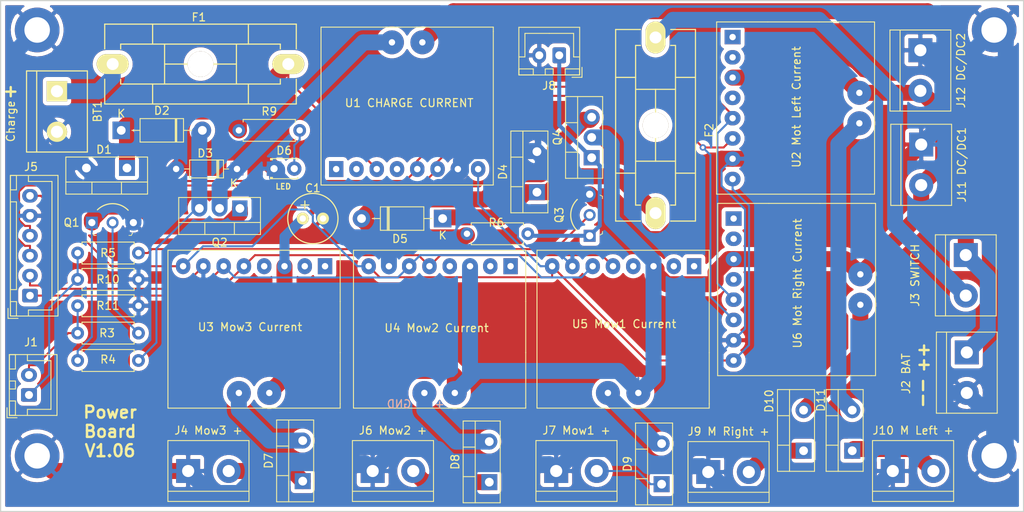
<source format=kicad_pcb>
(kicad_pcb (version 20171130) (host pcbnew "(5.1.9)-1")
  (layers (0 F.Cu signal) (31 B.Cu signal) (34 B.Paste user) (35 F.Paste user) (36 B.SilkS user) (37 F.SilkS user) (38 B.Mask user) (39 F.Mask user) (44 Edge.Cuts user))
  (net 0 "")
  (net 1 GND)
  (net 2 "Net-(BT1-Pad1)")
  (net 3 "Net-(D2-Pad2)")
  (net 4 "Net-(D3-Pad1)")
  (net 5 "Net-(D4-Pad1)")
  (net 6 "Net-(D5-Pad2)")
  (net 7 "Net-(F2-Pad1)")
  (net 8 pinChargeEnable)
  (net 9 pinBatterySwitch)
  (net 10 "Net-(J2-Pad1)")
  (net 11 "Net-(Q1-Pad1)")
  (net 12 "Net-(Q1-Pad2)")
  (net 13 "Net-(Q3-Pad2)")
  (net 14 +3V3)
  (net 15 "Net-(D6-Pad2)")
  (net 16 "Net-(J8-Pad1)")
  (net 17 "Net-(D8-Pad2)")
  (net 18 V_Bat)
  (net 19 V_Charge)
  (net 20 "Net-(D11-Pad2)")
  (net 21 "Net-(D11-Pad1)")
  (net 22 "Net-(D7-Pad2)")
  (net 23 SDA0)
  (net 24 SCL0)
  (net 25 SDA1)
  (net 26 SCL1)
  (net 27 "Net-(D9-Pad2)")
  (net 28 "Net-(D10-Pad2)")
  (net 29 "Net-(D7-Pad1)")
  (net 30 "Net-(D8-Pad1)")
  (net 31 "Net-(D9-Pad1)")
  (net 32 "Net-(D10-Pad1)")
  (module Diode_THT:D_DO-41_SOD81_P10.16mm_Horizontal (layer F.Cu) (at 140.081 88.519 180)
    (fp_text reference D5 (at 5.35 -2.54 180) (layer F.SilkS))
    (fp_text value SB1240)
    (fp_text user K (at 0 -2.1 180) (layer F.SilkS))
    (pad 2 thru_hole oval (at 10.16 0 180) (size 2.2 2.2) (drill 1.1) (layers *.Cu *.Mask) (net 6 "Net-(D5-Pad2)"))
    (pad 1 thru_hole rect (at 0 0 180) (size 2.2 2.2) (drill 1.1) (layers *.Cu *.Mask) (net 5 "Net-(D4-Pad1)"))
  )
  (module Diode_THT:D_DO-41_SOD81_P10.16mm_Horizontal (layer F.Cu) (at 99.822 77.47)
    (fp_text reference D2 (at 5.08 -2.47) (layer F.SilkS))
    (fp_text value SB1240)
    (fp_text user K (at 0 -2.1) (layer F.SilkS))
    (pad 2 thru_hole oval (at 10.16 0) (size 2.2 2.2) (drill 1.1) (layers *.Cu *.Mask) (net 3 "Net-(D2-Pad2)"))
    (pad 1 thru_hole rect (at 0 0) (size 2.2 2.2) (drill 1.1) (layers *.Cu *.Mask) (net 19 V_Charge))
  )
  (module Package_TO_SOT_THT:TO-220-2_Vertical (layer F.Cu) (at 151.892 85.217 90)
    (fp_text reference D4 (at 2.54 -4.27 90) (layer F.SilkS))
    (fp_text value MBR1045)
    (pad 2 thru_hole oval (at 5.08 0 90) (size 2 2) (drill 1.1) (layers *.Cu *.Mask) (net 1 GND))
    (pad 1 thru_hole rect (at 0 0 90) (size 2 2) (drill 1.1) (layers *.Cu *.Mask) (net 5 "Net-(D4-Pad1)"))
  )
  (module TerminalBlock:TerminalBlock_bornier-2_P5.08mm (layer F.Cu) (at 108.204 120.142)
    (fp_text reference "J4 Mow3 +" (at 2.54 -5.08) (layer F.SilkS))
    (fp_text value Mow3)
    (pad 2 thru_hole circle (at 5.08 0) (size 3 3) (drill 1.52) (layers *.Cu *.Mask) (net 29 "Net-(D7-Pad1)"))
    (pad 1 thru_hole rect (at 0 0) (size 3 3) (drill 1.52) (layers *.Cu *.Mask) (net 1 GND))
  )
  (module Zimprich:Fuseholder_Reichelt_PL112000 (layer F.Cu) (at 166.751 76.835 270)
    (fp_text reference F2 (at 0.635 -6.731 90) (layer F.SilkS))
    (fp_text value 10A hide)
    (pad ~ thru_hole circle (at 0 0 270) (size 3.2 3.2) (drill 3.2) (layers *.Cu *.Mask F.SilkS))
    (pad 1 thru_hole oval (at -11.00074 0 180) (size 2.49936 4.0005) (drill 1.50114) (layers *.Cu *.Mask F.SilkS) (net 7 "Net-(F2-Pad1)"))
    (pad 2 thru_hole oval (at 11.00074 0 180) (size 2.49936 4.0005) (drill 1.50114) (layers *.Cu *.Mask F.SilkS) (net 5 "Net-(D4-Pad1)"))
  )
  (module Package_TO_SOT_THT:TO-220-2_Vertical (layer F.Cu) (at 185.293 117.602 90)
    (fp_text reference D10 (at 6.223 -4.318 90) (layer F.SilkS))
    (fp_text value MBR1045)
    (pad 2 thru_hole oval (at 5.08 0 90) (size 2 2) (drill 1.1) (layers *.Cu *.Mask) (net 28 "Net-(D10-Pad2)"))
    (pad 1 thru_hole rect (at 0 0 90) (size 2 2) (drill 1.1) (layers *.Cu *.Mask) (net 32 "Net-(D10-Pad1)"))
  )
  (module Package_TO_SOT_THT:TO-220-2_Vertical (layer F.Cu) (at 167.513 121.793 90)
    (fp_text reference D9 (at 2.54 -4.27 90) (layer F.SilkS))
    (fp_text value MBR1045)
    (pad 2 thru_hole oval (at 5.08 0 90) (size 2 2) (drill 1.1) (layers *.Cu *.Mask) (net 27 "Net-(D9-Pad2)"))
    (pad 1 thru_hole rect (at 0 0 90) (size 2 2) (drill 1.1) (layers *.Cu *.Mask) (net 31 "Net-(D9-Pad1)"))
  )
  (module Package_TO_SOT_THT:TO-220-2_Vertical (layer F.Cu) (at 145.923 121.539 90)
    (fp_text reference D8 (at 2.54 -4.27 90) (layer F.SilkS))
    (fp_text value MBR1045)
    (pad 2 thru_hole oval (at 5.08 0 90) (size 2 2) (drill 1.1) (layers *.Cu *.Mask) (net 17 "Net-(D8-Pad2)"))
    (pad 1 thru_hole rect (at 0 0 90) (size 2 2) (drill 1.1) (layers *.Cu *.Mask) (net 30 "Net-(D8-Pad1)"))
  )
  (module Package_TO_SOT_THT:TO-220-2_Vertical (layer F.Cu) (at 122.555 121.412 90)
    (fp_text reference D7 (at 2.54 -4.27 90) (layer F.SilkS))
    (fp_text value MBR1045)
    (pad 2 thru_hole oval (at 5.08 0 90) (size 2 2) (drill 1.1) (layers *.Cu *.Mask) (net 22 "Net-(D7-Pad2)"))
    (pad 1 thru_hole rect (at 0 0 90) (size 2 2) (drill 1.1) (layers *.Cu *.Mask) (net 29 "Net-(D7-Pad1)"))
  )
  (module Current_sense:INA226 (layer F.Cu) (at 184.15 97.409 270)
    (fp_text reference "U6 Mot Right Current" (at -0.762 -0.381 270) (layer F.SilkS))
    (fp_text value INA226)
    (pad 8 thru_hole oval (at 8.89 7.62 270) (size 1.8 2) (drill 0.8) (layers *.Cu *.Mask) (net 14 +3V3))
    (pad 9 thru_hole oval (at -1.905 -8.255 270) (size 3 3) (drill 0.8) (layers *.Cu *.Mask) (net 18 V_Bat))
    (pad 7 thru_hole oval (at 6.35 7.62 270) (size 1.8 2) (drill 0.8) (layers *.Cu *.Mask) (net 1 GND))
    (pad 10 thru_hole oval (at 1.905 -8.255 270) (size 3 3) (drill 0.8) (layers *.Cu *.Mask) (net 28 "Net-(D10-Pad2)"))
    (pad 6 thru_hole oval (at 3.81 7.62 270) (size 1.8 2) (drill 0.8) (layers *.Cu *.Mask) (net 23 SDA0))
    (pad 5 thru_hole oval (at 1.27 7.62 270) (size 1.8 2) (drill 0.8) (layers *.Cu *.Mask) (net 24 SCL0))
    (pad 4 thru_hole oval (at -1.27 7.62 270) (size 1.8 2) (drill 0.8) (layers *.Cu *.Mask))
    (pad 3 thru_hole oval (at -3.81 7.62 270) (size 1.8 2) (drill 0.8) (layers *.Cu *.Mask) (net 18 V_Bat))
    (pad 2 thru_hole oval (at -6.35 7.62 270) (size 1.8 2) (drill 0.8) (layers *.Cu *.Mask))
    (pad 1 thru_hole rect (at -8.89 7.62 270) (size 1.8 2) (drill 0.8) (layers *.Cu *.Mask))
  )
  (module Current_sense:INA226 (layer F.Cu) (at 162.687 102.108 180)
    (fp_text reference "U5 Mow1 Current" (at -0.127 0.381 180) (layer F.SilkS))
    (fp_text value INA226)
    (pad 8 thru_hole oval (at 8.89 7.62 180) (size 1.8 2) (drill 0.8) (layers *.Cu *.Mask) (net 14 +3V3))
    (pad 9 thru_hole oval (at -1.905 -8.255 180) (size 3 3) (drill 0.8) (layers *.Cu *.Mask) (net 18 V_Bat))
    (pad 7 thru_hole oval (at 6.35 7.62 180) (size 1.8 2) (drill 0.8) (layers *.Cu *.Mask) (net 1 GND))
    (pad 10 thru_hole oval (at 1.905 -8.255 180) (size 3 3) (drill 0.8) (layers *.Cu *.Mask) (net 27 "Net-(D9-Pad2)"))
    (pad 6 thru_hole oval (at 3.81 7.62 180) (size 1.8 2) (drill 0.8) (layers *.Cu *.Mask) (net 25 SDA1))
    (pad 5 thru_hole oval (at 1.27 7.62 180) (size 1.8 2) (drill 0.8) (layers *.Cu *.Mask) (net 26 SCL1))
    (pad 4 thru_hole oval (at -1.27 7.62 180) (size 1.8 2) (drill 0.8) (layers *.Cu *.Mask))
    (pad 3 thru_hole oval (at -3.81 7.62 180) (size 1.8 2) (drill 0.8) (layers *.Cu *.Mask) (net 18 V_Bat))
    (pad 2 thru_hole oval (at -6.35 7.62 180) (size 1.8 2) (drill 0.8) (layers *.Cu *.Mask))
    (pad 1 thru_hole rect (at -8.89 7.62 180) (size 1.8 2) (drill 0.8) (layers *.Cu *.Mask))
  )
  (module Current_sense:INA226 (layer F.Cu) (at 139.7 102.108 180)
    (fp_text reference "U4 Mow2 Current" (at 0.381 -0.127 180) (layer F.SilkS))
    (fp_text value INA226)
    (pad 8 thru_hole oval (at 8.89 7.62 180) (size 1.8 2) (drill 0.8) (layers *.Cu *.Mask) (net 14 +3V3))
    (pad 9 thru_hole oval (at -1.905 -8.255 180) (size 3 3) (drill 0.8) (layers *.Cu *.Mask) (net 18 V_Bat))
    (pad 7 thru_hole oval (at 6.35 7.62 180) (size 1.8 2) (drill 0.8) (layers *.Cu *.Mask) (net 1 GND))
    (pad 10 thru_hole oval (at 1.905 -8.255 180) (size 3 3) (drill 0.8) (layers *.Cu *.Mask) (net 17 "Net-(D8-Pad2)"))
    (pad 6 thru_hole oval (at 3.81 7.62 180) (size 1.8 2) (drill 0.8) (layers *.Cu *.Mask) (net 25 SDA1))
    (pad 5 thru_hole oval (at 1.27 7.62 180) (size 1.8 2) (drill 0.8) (layers *.Cu *.Mask) (net 26 SCL1))
    (pad 4 thru_hole oval (at -1.27 7.62 180) (size 1.8 2) (drill 0.8) (layers *.Cu *.Mask))
    (pad 3 thru_hole oval (at -3.81 7.62 180) (size 1.8 2) (drill 0.8) (layers *.Cu *.Mask) (net 18 V_Bat))
    (pad 2 thru_hole oval (at -6.35 7.62 180) (size 1.8 2) (drill 0.8) (layers *.Cu *.Mask))
    (pad 1 thru_hole rect (at -8.89 7.62 180) (size 1.8 2) (drill 0.8) (layers *.Cu *.Mask))
  )
  (module Current_sense:INA226 (layer F.Cu) (at 116.459 102.108 180)
    (fp_text reference "U3 Mow3 Current" (at 0.508 0 180) (layer F.SilkS))
    (fp_text value INA226)
    (pad 8 thru_hole oval (at 8.89 7.62 180) (size 1.8 2) (drill 0.8) (layers *.Cu *.Mask) (net 14 +3V3))
    (pad 9 thru_hole oval (at -1.905 -8.255 180) (size 3 3) (drill 0.8) (layers *.Cu *.Mask) (net 18 V_Bat))
    (pad 7 thru_hole oval (at 6.35 7.62 180) (size 1.8 2) (drill 0.8) (layers *.Cu *.Mask) (net 1 GND))
    (pad 10 thru_hole oval (at 1.905 -8.255 180) (size 3 3) (drill 0.8) (layers *.Cu *.Mask) (net 22 "Net-(D7-Pad2)"))
    (pad 6 thru_hole oval (at 3.81 7.62 180) (size 1.8 2) (drill 0.8) (layers *.Cu *.Mask) (net 25 SDA1))
    (pad 5 thru_hole oval (at 1.27 7.62 180) (size 1.8 2) (drill 0.8) (layers *.Cu *.Mask) (net 26 SCL1))
    (pad 4 thru_hole oval (at -1.27 7.62 180) (size 1.8 2) (drill 0.8) (layers *.Cu *.Mask))
    (pad 3 thru_hole oval (at -3.81 7.62 180) (size 1.8 2) (drill 0.8) (layers *.Cu *.Mask) (net 18 V_Bat))
    (pad 2 thru_hole oval (at -6.35 7.62 180) (size 1.8 2) (drill 0.8) (layers *.Cu *.Mask))
    (pad 1 thru_hole rect (at -8.89 7.62 180) (size 1.8 2) (drill 0.8) (layers *.Cu *.Mask))
  )
  (module Current_sense:INA226 (layer F.Cu) (at 184.023 74.676 270)
    (fp_text reference "U2 Mot Left Current" (at -0.127 -0.381 270) (layer F.SilkS))
    (fp_text value INA226)
    (pad 8 thru_hole oval (at 8.89 7.62 270) (size 1.8 2) (drill 0.8) (layers *.Cu *.Mask) (net 14 +3V3))
    (pad 9 thru_hole oval (at -1.905 -8.255 270) (size 3 3) (drill 0.8) (layers *.Cu *.Mask) (net 18 V_Bat))
    (pad 7 thru_hole oval (at 6.35 7.62 270) (size 1.8 2) (drill 0.8) (layers *.Cu *.Mask) (net 1 GND))
    (pad 10 thru_hole oval (at 1.905 -8.255 270) (size 3 3) (drill 0.8) (layers *.Cu *.Mask) (net 20 "Net-(D11-Pad2)"))
    (pad 6 thru_hole oval (at 3.81 7.62 270) (size 1.8 2) (drill 0.8) (layers *.Cu *.Mask) (net 23 SDA0))
    (pad 5 thru_hole oval (at 1.27 7.62 270) (size 1.8 2) (drill 0.8) (layers *.Cu *.Mask) (net 24 SCL0))
    (pad 4 thru_hole oval (at -1.27 7.62 270) (size 1.8 2) (drill 0.8) (layers *.Cu *.Mask))
    (pad 3 thru_hole oval (at -3.81 7.62 270) (size 1.8 2) (drill 0.8) (layers *.Cu *.Mask) (net 18 V_Bat))
    (pad 2 thru_hole oval (at -6.35 7.62 270) (size 1.8 2) (drill 0.8) (layers *.Cu *.Mask))
    (pad 1 thru_hole rect (at -8.89 7.62 270) (size 1.8 2) (drill 0.8) (layers *.Cu *.Mask))
  )
  (module TerminalBlock:TerminalBlock_bornier-2_P5.08mm (layer F.Cu) (at 199.923 67.437 270)
    (fp_text reference "J12 DC/DC2" (at 2.54 -5.08 90) (layer F.SilkS))
    (fp_text value DC/DC2)
    (pad 2 thru_hole circle (at 5.08 0 270) (size 3 3) (drill 1.52) (layers *.Cu *.Mask) (net 18 V_Bat))
    (pad 1 thru_hole rect (at 0 0 270) (size 3 3) (drill 1.52) (layers *.Cu *.Mask) (net 1 GND))
  )
  (module TerminalBlock:TerminalBlock_bornier-2_P5.08mm (layer F.Cu) (at 200.025 79.248 270)
    (fp_text reference "J11 DC/DC1" (at 2.54 -5.08 90) (layer F.SilkS))
    (fp_text value DC/DC1)
    (pad 2 thru_hole circle (at 5.08 0 270) (size 3 3) (drill 1.52) (layers *.Cu *.Mask) (net 18 V_Bat))
    (pad 1 thru_hole rect (at 0 0 270) (size 3 3) (drill 1.52) (layers *.Cu *.Mask) (net 1 GND))
  )
  (module TerminalBlock:TerminalBlock_bornier-2_P5.08mm (layer F.Cu) (at 196.469 120.142)
    (fp_text reference "J10 M Left +" (at 2.54 -5.08) (layer F.SilkS))
    (fp_text value Mot_Left)
    (pad 2 thru_hole circle (at 5.08 0) (size 3 3) (drill 1.52) (layers *.Cu *.Mask) (net 21 "Net-(D11-Pad1)"))
    (pad 1 thru_hole rect (at 0 0) (size 3 3) (drill 1.52) (layers *.Cu *.Mask) (net 1 GND))
  )
  (module TerminalBlock:TerminalBlock_bornier-2_P5.08mm (layer F.Cu) (at 173.355 120.269)
    (fp_text reference "J9 M Right +" (at 2.54 -5.08) (layer F.SilkS))
    (fp_text value Mot_Right)
    (pad 2 thru_hole circle (at 5.08 0) (size 3 3) (drill 1.52) (layers *.Cu *.Mask) (net 32 "Net-(D10-Pad1)"))
    (pad 1 thru_hole rect (at 0 0) (size 3 3) (drill 1.52) (layers *.Cu *.Mask) (net 1 GND))
  )
  (module TerminalBlock:TerminalBlock_bornier-2_P5.08mm (layer F.Cu) (at 154.305 120.142)
    (fp_text reference "J7 Mow1 +" (at 2.54 -5.08) (layer F.SilkS))
    (fp_text value Mow1)
    (pad 2 thru_hole circle (at 5.08 0) (size 3 3) (drill 1.52) (layers *.Cu *.Mask) (net 31 "Net-(D9-Pad1)"))
    (pad 1 thru_hole rect (at 0 0) (size 3 3) (drill 1.52) (layers *.Cu *.Mask) (net 1 GND))
  )
  (module TerminalBlock:TerminalBlock_bornier-2_P5.08mm (layer F.Cu) (at 131.318 120.142)
    (fp_text reference "J6 Mow2 +" (at 2.54 -5.08) (layer F.SilkS))
    (fp_text value Mow2)
    (pad 2 thru_hole circle (at 5.08 0) (size 3 3) (drill 1.52) (layers *.Cu *.Mask) (net 30 "Net-(D8-Pad1)"))
    (pad 1 thru_hole rect (at 0 0) (size 3 3) (drill 1.52) (layers *.Cu *.Mask) (net 1 GND))
  )
  (module Connector_JST:JST_XH_B6B-XH-A_1x06_P2.50mm_Vertical (layer F.Cu) (at 88.392 98.171 90)
    (fp_text reference J5 (at 16.129 0.127 180) (layer F.SilkS))
    (fp_text value Main_PCB1)
    (pad 6 thru_hole oval (at 12.5 0 90) (size 1.7 1.95) (drill 0.95) (layers *.Cu *.Mask) (net 14 +3V3))
    (pad 5 thru_hole oval (at 10 0 90) (size 1.7 1.95) (drill 0.95) (layers *.Cu *.Mask) (net 1 GND))
    (pad 4 thru_hole oval (at 7.5 0 90) (size 1.7 1.95) (drill 0.95) (layers *.Cu *.Mask) (net 23 SDA0))
    (pad 3 thru_hole oval (at 5 0 90) (size 1.7 1.95) (drill 0.95) (layers *.Cu *.Mask) (net 24 SCL0))
    (pad 2 thru_hole oval (at 2.5 0 90) (size 1.7 1.95) (drill 0.95) (layers *.Cu *.Mask) (net 25 SDA1))
    (pad 1 thru_hole roundrect (at 0 0 90) (size 1.7 1.95) (drill 0.95) (layers *.Cu *.Mask) (roundrect_rratio 0.1470588235294118) (net 26 SCL1))
  )
  (module Connector_JST:JST_XH_B2B-XH-A_1x02_P2.50mm_Vertical (layer F.Cu) (at 88.265 110.617 90)
    (fp_text reference J1 (at 6.604 0.254 180) (layer F.SilkS))
    (fp_text value Main_PCB2)
    (pad 2 thru_hole oval (at 2.5 0 90) (size 1.7 2) (drill 1) (layers *.Cu *.Mask) (net 8 pinChargeEnable))
    (pad 1 thru_hole roundrect (at 0 0 90) (size 1.7 2) (drill 1) (layers *.Cu *.Mask) (roundrect_rratio 0.1470588235294118) (net 9 pinBatterySwitch))
  )
  (module Package_TO_SOT_THT:TO-220-2_Vertical (layer F.Cu) (at 191.389 117.602 90)
    (fp_text reference D11 (at 6.35 -3.937 90) (layer F.SilkS))
    (fp_text value MBR1045)
    (pad 2 thru_hole oval (at 5.08 0 90) (size 2 2) (drill 1.1) (layers *.Cu *.Mask) (net 20 "Net-(D11-Pad2)"))
    (pad 1 thru_hole rect (at 0 0 90) (size 2 2) (drill 1.1) (layers *.Cu *.Mask) (net 21 "Net-(D11-Pad1)"))
  )
  (module Current_sense:INA226 (layer F.Cu) (at 135.636 74.7014)
    (fp_text reference "U1 CHARGE CURRENT" (at 0.254 -0.6604 180) (layer F.SilkS))
    (fp_text value INA226)
    (pad 8 thru_hole oval (at 8.89 7.62) (size 1.8 2) (drill 0.8) (layers *.Cu *.Mask) (net 14 +3V3))
    (pad 9 thru_hole oval (at -1.905 -8.255) (size 3 3) (drill 0.8) (layers *.Cu *.Mask) (net 4 "Net-(D3-Pad1)"))
    (pad 7 thru_hole oval (at 6.35 7.62) (size 1.8 2) (drill 0.8) (layers *.Cu *.Mask) (net 1 GND))
    (pad 10 thru_hole oval (at 1.905 -8.255) (size 3 3) (drill 0.8) (layers *.Cu *.Mask) (net 10 "Net-(J2-Pad1)"))
    (pad 6 thru_hole oval (at 3.81 7.62) (size 1.8 2) (drill 0.8) (layers *.Cu *.Mask) (net 23 SDA0))
    (pad 5 thru_hole oval (at 1.27 7.62) (size 1.8 2) (drill 0.8) (layers *.Cu *.Mask) (net 24 SCL0))
    (pad 4 thru_hole oval (at -1.27 7.62) (size 1.8 2) (drill 0.8) (layers *.Cu *.Mask))
    (pad 3 thru_hole oval (at -3.81 7.62) (size 1.8 2) (drill 0.8) (layers *.Cu *.Mask) (net 19 V_Charge))
    (pad 2 thru_hole oval (at -6.35 7.62) (size 1.8 2) (drill 0.8) (layers *.Cu *.Mask))
    (pad 1 thru_hole rect (at -8.89 7.62) (size 1.8 2) (drill 0.8) (layers *.Cu *.Mask))
  )
  (module MountingHole:MountingHole_3.2mm_M3_DIN965_Pad_TopBottom (layer F.Cu) (at 209.169 64.897)
    (fp_text reference H2 hide)
    (fp_text value MountingHole_Pad hide)
    (pad 1 connect circle (at 0 0) (size 5.6 5.6) (layers B.Cu B.Mask) (net 1 GND))
    (pad 1 connect circle (at 0 0) (size 5.6 5.6) (layers F.Cu F.Mask) (net 1 GND))
    (pad 1 thru_hole circle (at 0 0) (size 3.6 3.6) (drill 3.2) (layers *.Cu *.Mask) (net 1 GND))
  )
  (module MountingHole:MountingHole_3.2mm_M3_DIN965_Pad_TopBottom (layer F.Cu) (at 89.289 118.237)
    (fp_text reference H4 hide)
    (fp_text value MountingHole_Pad hide)
    (pad 1 connect circle (at 0 0) (size 5.6 5.6) (layers B.Cu B.Mask) (net 1 GND))
    (pad 1 connect circle (at 0 0) (size 5.6 5.6) (layers F.Cu F.Mask) (net 1 GND))
    (pad 1 thru_hole circle (at 0 0) (size 3.6 3.6) (drill 3.2) (layers *.Cu *.Mask) (net 1 GND))
  )
  (module MountingHole:MountingHole_3.2mm_M3_DIN965_Pad_TopBottom (layer F.Cu) (at 209.169 118.237)
    (fp_text reference H3 hide)
    (fp_text value MountingHole_Pad hide)
    (pad 1 connect circle (at 0 0) (size 5.6 5.6) (layers B.Cu B.Mask) (net 1 GND))
    (pad 1 connect circle (at 0 0) (size 5.6 5.6) (layers F.Cu F.Mask) (net 1 GND))
    (pad 1 thru_hole circle (at 0 0) (size 3.6 3.6) (drill 3.2) (layers *.Cu *.Mask) (net 1 GND))
  )
  (module MountingHole:MountingHole_3.2mm_M3_DIN965_Pad_TopBottom (layer F.Cu) (at 89.289 64.897)
    (fp_text reference H1 hide)
    (fp_text value MountingHole_Pad hide)
    (pad 1 connect circle (at 0 0) (size 5.6 5.6) (layers B.Cu B.Mask) (net 1 GND))
    (pad 1 connect circle (at 0 0) (size 5.6 5.6) (layers F.Cu F.Mask) (net 1 GND))
    (pad 1 thru_hole circle (at 0 0) (size 3.6 3.6) (drill 3.2) (layers *.Cu *.Mask) (net 1 GND))
  )
  (module Resistor_THT:R_Axial_DIN0207_L6.3mm_D2.5mm_P7.62mm_Horizontal (layer F.Cu) (at 94.361 99.441)
    (fp_text reference R11 (at 3.81 0) (layer F.SilkS))
    (fp_text value 2k2)
    (pad 2 thru_hole oval (at 7.62 0) (size 1.6 1.6) (drill 0.8) (layers *.Cu *.Mask) (net 1 GND))
    (pad 1 thru_hole circle (at 0 0) (size 1.6 1.6) (drill 0.8) (layers *.Cu *.Mask) (net 8 pinChargeEnable))
  )
  (module TerminalBlock:TerminalBlock_bornier-2_P5.08mm (layer F.Cu) (at 205.613 93.091 270)
    (fp_text reference "J3 SWITCH" (at 2.54 6.35 90) (layer F.SilkS))
    (fp_text value "Power Switch")
    (pad 2 thru_hole circle (at 5.08 0 270) (size 3 3) (drill 1.52) (layers *.Cu *.Mask) (net 7 "Net-(F2-Pad1)"))
    (pad 1 thru_hole rect (at 0 0 270) (size 3 3) (drill 1.52) (layers *.Cu *.Mask) (net 10 "Net-(J2-Pad1)"))
  )
  (module TerminalBlock:TerminalBlock_bornier-2_P5.08mm (layer F.Cu) (at 205.74 105.283 270)
    (fp_text reference "J2 BAT" (at 2.667 7.62 90) (layer F.SilkS))
    (fp_text value Battery)
    (pad 2 thru_hole circle (at 5.08 0 270) (size 3 3) (drill 1.52) (layers *.Cu *.Mask) (net 1 GND))
    (pad 1 thru_hole rect (at 0 0 270) (size 3 3) (drill 1.52) (layers *.Cu *.Mask) (net 10 "Net-(J2-Pad1)"))
  )
  (module Package_TO_SOT_THT:TO-220-3_Vertical (layer F.Cu) (at 114.681 87.249 180)
    (fp_text reference Q2 (at 2.54 -4.27) (layer F.SilkS))
    (fp_text value IRF9540N)
    (pad 3 thru_hole oval (at 5.08 0 180) (size 1.905 2) (drill 1.1) (layers *.Cu *.Mask) (net 3 "Net-(D2-Pad2)"))
    (pad 2 thru_hole oval (at 2.54 0 180) (size 1.905 2) (drill 1.1) (layers *.Cu *.Mask) (net 4 "Net-(D3-Pad1)"))
    (pad 1 thru_hole rect (at 0 0 180) (size 1.905 2) (drill 1.1) (layers *.Cu *.Mask) (net 11 "Net-(Q1-Pad1)"))
  )
  (module Package_TO_SOT_THT:TO-220-3_Vertical (layer F.Cu) (at 158.75 80.899 90)
    (fp_text reference Q4 (at 2.54 -4.27 90) (layer F.SilkS))
    (fp_text value IRF9540N)
    (pad 3 thru_hole oval (at 5.08 0 90) (size 1.905 2) (drill 1.1) (layers *.Cu *.Mask) (net 6 "Net-(D5-Pad2)"))
    (pad 2 thru_hole oval (at 2.54 0 90) (size 1.905 2) (drill 1.1) (layers *.Cu *.Mask) (net 18 V_Bat))
    (pad 1 thru_hole rect (at 0 0 90) (size 1.905 2) (drill 1.1) (layers *.Cu *.Mask) (net 16 "Net-(J8-Pad1)"))
  )
  (module Resistor_THT:R_Axial_DIN0207_L6.3mm_D2.5mm_P7.62mm_Horizontal (layer F.Cu) (at 94.361 96.139)
    (fp_text reference R10 (at 3.81 0) (layer F.SilkS))
    (fp_text value 2k2)
    (pad 2 thru_hole oval (at 7.62 0) (size 1.6 1.6) (drill 0.8) (layers *.Cu *.Mask) (net 1 GND))
    (pad 1 thru_hole circle (at 0 0) (size 1.6 1.6) (drill 0.8) (layers *.Cu *.Mask) (net 9 pinBatterySwitch))
  )
  (module Connector_JST:JST_XH_B2B-XH-A_1x02_P2.50mm_Vertical (layer F.Cu) (at 154.686 68.072 180)
    (fp_text reference J8 (at 1.27 -3.81) (layer F.SilkS))
    (fp_text value Start)
    (pad 2 thru_hole oval (at 2.5 0 180) (size 1.7 2) (drill 1) (layers *.Cu *.Mask) (net 1 GND))
    (pad 1 thru_hole roundrect (at 0 0 180) (size 1.7 2) (drill 1) (layers *.Cu *.Mask) (roundrect_rratio 0.1470588235294118) (net 16 "Net-(J8-Pad1)"))
  )
  (module LED_THT:LED_D1.8mm_W3.3mm_H2.4mm (layer F.Cu) (at 118.959 82.267)
    (fp_text reference D6 (at 1.27 -2.26) (layer F.SilkS))
    (fp_text value LED (at 1.16 2.24) (layer F.SilkS) (effects (font (size 0.7 0.7))))
    (pad 2 thru_hole circle (at 2.54 0) (size 1.8 1.8) (drill 0.9) (layers *.Cu *.Mask) (net 15 "Net-(D6-Pad2)"))
    (pad 1 thru_hole rect (at 0 0) (size 1.8 1.8) (drill 0.9) (layers *.Cu *.Mask) (net 1 GND))
  )
  (module Resistor_THT:R_Axial_DIN0207_L6.3mm_D2.5mm_P7.62mm_Horizontal (layer F.Cu) (at 114.554 77.47)
    (fp_text reference R9 (at 3.81 -2.37) (layer F.SilkS))
    (fp_text value 4.7kO)
    (pad 2 thru_hole oval (at 7.62 0) (size 1.6 1.6) (drill 0.8) (layers *.Cu *.Mask) (net 15 "Net-(D6-Pad2)"))
    (pad 1 thru_hole circle (at 0 0) (size 1.6 1.6) (drill 0.8) (layers *.Cu *.Mask) (net 19 V_Charge))
  )
  (module Resistor_THT:R_Axial_DIN0207_L6.3mm_D2.5mm_P7.62mm_Horizontal (layer F.Cu) (at 143.129 90.424)
    (fp_text reference R6 (at 3.683 -1.397) (layer F.SilkS))
    (fp_text value 4k7)
    (pad 2 thru_hole oval (at 7.62 0) (size 1.6 1.6) (drill 0.8) (layers *.Cu *.Mask) (net 16 "Net-(J8-Pad1)"))
    (pad 1 thru_hole circle (at 0 0) (size 1.6 1.6) (drill 0.8) (layers *.Cu *.Mask) (net 6 "Net-(D5-Pad2)"))
  )
  (module Resistor_THT:R_Axial_DIN0207_L6.3mm_D2.5mm_P7.62mm_Horizontal (layer F.Cu) (at 94.361 92.837)
    (fp_text reference R5 (at 3.81 0) (layer F.SilkS))
    (fp_text value 4k7)
    (pad 2 thru_hole oval (at 7.62 0) (size 1.6 1.6) (drill 0.8) (layers *.Cu *.Mask) (net 13 "Net-(Q3-Pad2)"))
    (pad 1 thru_hole circle (at 0 0) (size 1.6 1.6) (drill 0.8) (layers *.Cu *.Mask) (net 9 pinBatterySwitch))
  )
  (module Resistor_THT:R_Axial_DIN0207_L6.3mm_D2.5mm_P7.62mm_Horizontal (layer F.Cu) (at 101.981 106.299 180)
    (fp_text reference R4 (at 3.81 0.127) (layer F.SilkS))
    (fp_text value 4k7)
    (pad 2 thru_hole oval (at 7.62 0 180) (size 1.6 1.6) (drill 0.8) (layers *.Cu *.Mask) (net 11 "Net-(Q1-Pad1)"))
    (pad 1 thru_hole circle (at 0 0 180) (size 1.6 1.6) (drill 0.8) (layers *.Cu *.Mask) (net 3 "Net-(D2-Pad2)"))
  )
  (module Resistor_THT:R_Axial_DIN0207_L6.3mm_D2.5mm_P7.62mm_Horizontal (layer F.Cu) (at 101.981 102.87 180)
    (fp_text reference R3 (at 3.937 0) (layer F.SilkS))
    (fp_text value 4k7)
    (pad 2 thru_hole oval (at 7.62 0 180) (size 1.6 1.6) (drill 0.8) (layers *.Cu *.Mask) (net 8 pinChargeEnable))
    (pad 1 thru_hole circle (at 0 0 180) (size 1.6 1.6) (drill 0.8) (layers *.Cu *.Mask) (net 12 "Net-(Q1-Pad2)"))
  )
  (module digikey-footprints:TO-92-3_Formed_Leads (layer F.Cu) (at 158.496 90.678 90)
    (fp_text reference Q3 (at 2.6 -3.81 90) (layer F.SilkS))
    (fp_text value BC547C)
    (pad 1 thru_hole rect (at 0 0 270) (size 1.5 1.5) (drill 0.9) (layers *.Cu *.Mask) (net 16 "Net-(J8-Pad1)"))
    (pad 3 thru_hole circle (at 5.2 0 270) (size 1.5 1.5) (drill 0.9) (layers *.Cu *.Mask) (net 1 GND))
    (pad 2 thru_hole circle (at 2.6 0 270) (size 1.5 1.5) (drill 0.9) (layers *.Cu *.Mask) (net 13 "Net-(Q3-Pad2)"))
  )
  (module digikey-footprints:TO-92-3_Formed_Leads (layer F.Cu) (at 96.139 89.027)
    (fp_text reference Q1 (at -2.54 0) (layer F.SilkS))
    (fp_text value BC547C)
    (pad 1 thru_hole rect (at 0 0 180) (size 1.5 1.5) (drill 0.9) (layers *.Cu *.Mask) (net 11 "Net-(Q1-Pad1)"))
    (pad 3 thru_hole circle (at 5.2 0 180) (size 1.5 1.5) (drill 0.9) (layers *.Cu *.Mask) (net 1 GND))
    (pad 2 thru_hole circle (at 2.6 0 180) (size 1.5 1.5) (drill 0.9) (layers *.Cu *.Mask) (net 12 "Net-(Q1-Pad2)"))
  )
  (module Zimprich:Fuseholder_Reichelt_PL112000 (layer F.Cu) (at 109.749 69.167)
    (fp_text reference F1 (at -0.205989 -5.86126) (layer F.SilkS))
    (fp_text value 5A hide)
    (pad ~ thru_hole circle (at 0 0) (size 3.2 3.2) (drill 3.2) (layers *.Cu *.Mask F.SilkS))
    (pad 1 thru_hole oval (at -11.00074 0 270) (size 2.49936 4.0005) (drill 1.50114) (layers *.Cu *.Mask F.SilkS) (net 2 "Net-(BT1-Pad1)"))
    (pad 2 thru_hole oval (at 11.00074 0 270) (size 2.49936 4.0005) (drill 1.50114) (layers *.Cu *.Mask F.SilkS) (net 19 V_Charge))
  )
  (module Diode_THT:D_DO-35_SOD27_P7.62mm_Horizontal (layer F.Cu) (at 114.319 82.307 180)
    (fp_text reference D3 (at 3.98 1.96) (layer F.SilkS))
    (fp_text value 1N4148)
    (fp_text user K (at 0.4 -1.8) (layer F.SilkS))
    (pad 2 thru_hole oval (at 7.62 0 180) (size 1.6 1.6) (drill 0.8) (layers *.Cu *.Mask) (net 1 GND))
    (pad 1 thru_hole rect (at 0 0 180) (size 1.6 1.6) (drill 0.8) (layers *.Cu *.Mask) (net 4 "Net-(D3-Pad1)"))
  )
  (module Package_TO_SOT_THT:TO-220-2_Vertical (layer F.Cu) (at 100.539 82.187 180)
    (fp_text reference D1 (at 2.876 2.304) (layer F.SilkS))
    (fp_text value MBR1045)
    (pad 2 thru_hole oval (at 5.08 0 180) (size 2 2) (drill 1.1) (layers *.Cu *.Mask) (net 1 GND))
    (pad 1 thru_hole rect (at 0 0 180) (size 2 2) (drill 1.1) (layers *.Cu *.Mask) (net 19 V_Charge))
  )
  (module Zimprich:Elko_vert_11.2x6.3mm_RM2.5 (layer F.Cu) (at 122.555 88.519)
    (fp_text reference C1 (at 1.27 -3.81 180) (layer F.SilkS))
    (fp_text value 100uF)
    (fp_line (start 0.26924 -1.30048) (end 0.26924 -1.19888) (layer F.Cu) (width 0.15))
    (fp_line (start 0.26924 -1.69926) (end 0.26924 -1.30048) (layer F.Cu) (width 0.15))
    (fp_line (start -0.23114 -1.69926) (end 0.26924 -1.69926) (layer F.Cu) (width 0.15))
    (fp_line (start 0.26924 -1.69926) (end 0.26924 -2.19964) (layer F.Cu) (width 0.15))
    (fp_line (start 0.26924 -1.69926) (end 0.76962 -1.69926) (layer F.Cu) (width 0.15))
    (pad 2 thru_hole circle (at 2.54 0) (size 1.50114 1.50114) (drill 0.8001) (layers *.Cu *.Mask F.SilkS) (net 1 GND))
    (pad 1 thru_hole circle (at 0 0) (size 1.50114 1.50114) (drill 0.8001) (layers *.Cu *.Mask F.SilkS) (net 18 V_Bat))
  )
  (module Zimprich:Anschlussklemme_2P_RM5,08 (layer F.Cu) (at 91.769 75.107 270)
    (fp_text reference BT1 (at 0 -5.08 90) (layer F.SilkS))
    (fp_text value Charge (at 1.23 5.79 90) (layer F.SilkS))
    (pad 2 thru_hole circle (at 2.54 0 270) (size 2.54 2.54) (drill 1.524) (layers *.Cu *.Mask F.SilkS) (net 1 GND))
    (pad 1 thru_hole rect (at -2.54 0 270) (size 2.54 2.54) (drill 1.524) (layers *.Cu *.Mask F.SilkS) (net 2 "Net-(BT1-Pad1)"))
  )
  (gr_text -- (at 200.152 110.363 90) (layer F.SilkS) (effects (font (size 1.5 1.5) (thickness 0.3))))
  (gr_text ++ (at 200.279 105.918 90) (layer F.SilkS) (effects (font (size 1.5 1.5) (thickness 0.3))))
  (gr_text + (at 139.7 111.76) (layer B.SilkS) (effects (font (size 1 1)) (justify mirror)))
  (gr_text GND (at 134.62 111.76) (layer B.SilkS) (effects (font (size 1 1)) (justify mirror)))
  (gr_text + (at 85.979 72.517) (layer F.SilkS) (effects (font (size 1.5 1.5) (thickness 0.3))))
  (gr_text "Power\nBoard\nV1.06" (at 98.425 115.189) (layer F.SilkS) (effects (font (size 1.5 1.5) (thickness 0.3))))
  (gr_line (start 212.852 61.217) (end 84.709 61.217) (layer Edge.Cuts) (width 0.15))
  (gr_line (start 212.852 125.217) (end 212.852 61.217) (layer Edge.Cuts) (width 0.15))
  (gr_line (start 84.709 125.217) (end 212.852 125.217) (layer Edge.Cuts) (width 0.15))
  (gr_line (start 84.709 61.217) (end 84.709 125.217) (layer Edge.Cuts) (width 0.15))
  (segment (start 149.5139 80.8879) (end 149.5139 90.8747) (width 0.254) (layer B.Cu) (net 1))
  (segment (start 149.5139 90.8747) (end 150.6059 91.9667) (width 0.254) (layer B.Cu) (net 1))
  (segment (start 150.6059 91.9667) (end 153.8157 91.9667) (width 0.254) (layer B.Cu) (net 1))
  (segment (start 153.8157 91.9667) (end 156.337 94.488) (width 0.254) (layer B.Cu) (net 1))
  (segment (start 151.892 80.137) (end 150.2648 80.137) (width 0.254) (layer B.Cu) (net 1))
  (segment (start 150.2648 80.137) (end 149.5139 80.8879) (width 0.254) (layer B.Cu) (net 1))
  (segment (start 141.986 82.3214) (end 143.4195 80.8879) (width 0.254) (layer B.Cu) (net 1))
  (segment (start 143.4195 80.8879) (end 149.5139 80.8879) (width 0.254) (layer B.Cu) (net 1))
  (segment (start 153.2733 80.137) (end 153.2733 80.2553) (width 0.254) (layer B.Cu) (net 1))
  (segment (start 153.2733 80.2553) (end 158.496 85.478) (width 0.254) (layer B.Cu) (net 1))
  (segment (start 151.892 80.137) (end 153.2733 80.137) (width 0.254) (layer B.Cu) (net 1))
  (segment (start 173.355 120.269) (end 173.355 118.3877) (width 0.254) (layer B.Cu) (net 1))
  (segment (start 175.1409 118.3483) (end 181.5963 118.3483) (width 0.254) (layer B.Cu) (net 1))
  (segment (start 181.5963 118.3483) (end 183.39 120.142) (width 0.254) (layer B.Cu) (net 1))
  (segment (start 183.39 120.142) (end 196.469 120.142) (width 0.254) (layer B.Cu) (net 1))
  (segment (start 173.355 118.3877) (end 175.1015 118.3877) (width 0.254) (layer B.Cu) (net 1))
  (segment (start 175.1015 118.3877) (end 175.1409 118.3483) (width 0.254) (layer B.Cu) (net 1))
  (segment (start 175.1409 118.3483) (end 175.1409 105.1481) (width 0.254) (layer B.Cu) (net 1))
  (segment (start 175.1409 105.1481) (end 176.53 103.759) (width 0.254) (layer B.Cu) (net 1))
  (segment (start 133.35 90.9574) (end 127.5334 90.9574) (width 0.254) (layer B.Cu) (net 1))
  (segment (start 127.5334 90.9574) (end 125.095 88.519) (width 0.254) (layer B.Cu) (net 1))
  (segment (start 141.986 82.3214) (end 133.35 90.9574) (width 0.254) (layer B.Cu) (net 1))
  (segment (start 133.35 90.9574) (end 133.35 94.488) (width 0.254) (layer B.Cu) (net 1))
  (segment (start 125.095 88.519) (end 120.1243 83.5483) (width 0.254) (layer B.Cu) (net 1))
  (segment (start 120.1243 83.5483) (end 118.959 83.5483) (width 0.254) (layer B.Cu) (net 1))
  (segment (start 100.7651 89.027) (end 101.339 89.027) (width 0.254) (layer B.Cu) (net 1))
  (segment (start 95.459 83.5683) (end 100.7651 88.8744) (width 0.254) (layer B.Cu) (net 1))
  (segment (start 100.7651 88.8744) (end 100.7651 89.027) (width 0.254) (layer B.Cu) (net 1))
  (segment (start 100.7651 89.027) (end 100.7651 93.7418) (width 0.254) (layer B.Cu) (net 1))
  (segment (start 100.7651 93.7418) (end 101.981 94.9577) (width 0.254) (layer B.Cu) (net 1))
  (segment (start 101.981 96.139) (end 101.981 94.9577) (width 0.254) (layer B.Cu) (net 1))
  (segment (start 88.392 88.171) (end 90.8563 88.171) (width 0.254) (layer B.Cu) (net 1))
  (segment (start 90.8563 88.171) (end 95.459 83.5683) (width 0.254) (layer B.Cu) (net 1))
  (segment (start 110.109 94.488) (end 108.458 96.139) (width 0.254) (layer F.Cu) (net 1))
  (segment (start 108.458 96.139) (end 101.981 96.139) (width 0.254) (layer F.Cu) (net 1))
  (segment (start 95.459 82.187) (end 95.459 83.5683) (width 0.254) (layer B.Cu) (net 1))
  (segment (start 101.981 96.139) (end 101.981 99.441) (width 0.254) (layer B.Cu) (net 1))
  (segment (start 118.959 82.267) (end 118.959 83.5483) (width 0.254) (layer B.Cu) (net 1))
  (segment (start 86.489001 72.367001) (end 91.769 77.647) (width 2) (layer B.Cu) (net 1))
  (segment (start 86.489001 67.696999) (end 86.489001 72.367001) (width 2) (layer B.Cu) (net 1))
  (segment (start 89.289 64.897) (end 86.489001 67.696999) (width 2) (layer B.Cu) (net 1))
  (segment (start 91.769 78.497) (end 95.459 82.187) (width 2) (layer B.Cu) (net 1))
  (segment (start 91.769 77.647) (end 91.769 78.497) (width 2) (layer B.Cu) (net 1))
  (segment (start 101.339 88.067) (end 101.339 89.027) (width 2) (layer B.Cu) (net 1))
  (segment (start 95.459 82.187) (end 101.339 88.067) (width 2) (layer B.Cu) (net 1))
  (segment (start 101.339 87.667) (end 106.699 82.307) (width 2) (layer B.Cu) (net 1))
  (segment (start 101.339 89.027) (end 101.339 87.667) (width 2) (layer B.Cu) (net 1))
  (segment (start 209.169 113.792) (end 205.74 110.363) (width 2) (layer B.Cu) (net 1))
  (segment (start 209.169 118.237) (end 209.169 113.792) (width 2) (layer B.Cu) (net 1))
  (segment (start 205.74 110.363) (end 200.279 110.363) (width 2) (layer B.Cu) (net 1))
  (segment (start 196.469 114.173) (end 196.469 120.142) (width 2) (layer B.Cu) (net 1))
  (segment (start 200.279 110.363) (end 196.469 114.173) (width 2) (layer B.Cu) (net 1))
  (segment (start 176.109001 123.023001) (end 173.355 120.269) (width 2) (layer B.Cu) (net 1))
  (segment (start 193.587999 123.023001) (end 176.109001 123.023001) (width 2) (layer B.Cu) (net 1))
  (segment (start 196.469 120.142) (end 193.587999 123.023001) (width 2) (layer B.Cu) (net 1))
  (segment (start 157.059001 117.387999) (end 154.305 120.142) (width 2) (layer B.Cu) (net 1))
  (segment (start 163.679742 117.387999) (end 157.059001 117.387999) (width 2) (layer B.Cu) (net 1))
  (segment (start 165.830742 119.538999) (end 163.679742 117.387999) (width 2) (layer B.Cu) (net 1))
  (segment (start 172.624999 119.538999) (end 165.830742 119.538999) (width 2) (layer B.Cu) (net 1))
  (segment (start 173.355 120.269) (end 172.624999 119.538999) (width 2) (layer B.Cu) (net 1))
  (segment (start 110.958001 122.896001) (end 108.204 120.142) (width 2) (layer B.Cu) (net 1))
  (segment (start 114.605921 122.896001) (end 110.958001 122.896001) (width 2) (layer B.Cu) (net 1))
  (segment (start 118.343923 119.157999) (end 114.605921 122.896001) (width 2) (layer B.Cu) (net 1))
  (segment (start 130.333999 119.157999) (end 118.343923 119.157999) (width 2) (layer B.Cu) (net 1))
  (segment (start 131.318 120.142) (end 130.333999 119.157999) (width 2) (layer B.Cu) (net 1))
  (segment (start 206.629 67.437) (end 209.169 64.897) (width 2) (layer B.Cu) (net 1))
  (segment (start 199.923 67.437) (end 206.629 67.437) (width 2) (layer B.Cu) (net 1))
  (segment (start 202.677001 76.595999) (end 200.025 79.248) (width 2) (layer B.Cu) (net 1))
  (segment (start 202.677001 70.191001) (end 202.677001 76.595999) (width 2) (layer B.Cu) (net 1))
  (segment (start 199.923 67.437) (end 202.677001 70.191001) (width 2) (layer B.Cu) (net 1))
  (segment (start 91.194 120.142) (end 89.289 118.237) (width 2) (layer F.Cu) (net 1))
  (segment (start 100.7767 119.6997) (end 101.219 120.142) (width 0.254) (layer F.Cu) (net 1))
  (segment (start 101.981 100.6223) (end 100.7767 101.8266) (width 0.254) (layer F.Cu) (net 1))
  (segment (start 100.7767 101.8266) (end 100.7767 119.6997) (width 0.254) (layer F.Cu) (net 1))
  (segment (start 101.981 99.441) (end 101.981 100.6223) (width 0.254) (layer F.Cu) (net 1))
  (segment (start 101.219 120.142) (end 91.194 120.142) (width 2) (layer F.Cu) (net 1))
  (segment (start 108.204 120.142) (end 101.219 120.142) (width 2) (layer F.Cu) (net 1))
  (segment (start 151.82239 80.06739) (end 151.892 80.137) (width 2) (layer B.Cu) (net 1))
  (segment (start 143.63378 80.06739) (end 151.82239 80.06739) (width 2) (layer B.Cu) (net 1))
  (segment (start 142.37199 81.32918) (end 143.63378 80.06739) (width 2) (layer B.Cu) (net 1))
  (segment (start 142.37199 82.54164) (end 142.37199 81.32918) (width 2) (layer B.Cu) (net 1))
  (segment (start 140.33822 84.57541) (end 142.37199 82.54164) (width 2) (layer B.Cu) (net 1))
  (segment (start 139.567388 84.57541) (end 140.33822 84.57541) (width 2) (layer B.Cu) (net 1))
  (segment (start 133.35 90.792798) (end 139.567388 84.57541) (width 2) (layer B.Cu) (net 1))
  (segment (start 133.35 94.488) (end 133.35 90.792798) (width 2) (layer B.Cu) (net 1))
  (segment (start 119.344999 82.387999) (end 119.224 82.267) (width 2) (layer B.Cu) (net 1))
  (segment (start 119.344999 83.300921) (end 119.344999 82.387999) (width 2) (layer B.Cu) (net 1))
  (segment (start 119.224 82.267) (end 118.959 82.267) (width 2) (layer B.Cu) (net 1))
  (segment (start 123.602332 85.99949) (end 122.043568 85.99949) (width 2) (layer B.Cu) (net 1))
  (segment (start 125.206009 87.603167) (end 123.602332 85.99949) (width 2) (layer B.Cu) (net 1))
  (segment (start 125.206009 88.338567) (end 125.206009 87.603167) (width 2) (layer B.Cu) (net 1))
  (segment (start 127.740443 90.873001) (end 125.206009 88.338567) (width 2) (layer B.Cu) (net 1))
  (segment (start 122.043568 85.99949) (end 119.344999 83.300921) (width 2) (layer B.Cu) (net 1))
  (segment (start 133.269797 90.873001) (end 127.740443 90.873001) (width 2) (layer B.Cu) (net 1))
  (segment (start 133.35 90.792798) (end 133.269797 90.873001) (width 2) (layer B.Cu) (net 1))
  (segment (start 157.233 85.478) (end 158.25889 85.478) (width 2) (layer B.Cu) (net 1))
  (segment (start 151.892 80.137) (end 157.233 85.478) (width 2) (layer B.Cu) (net 1))
  (segment (start 152.186 79.843) (end 151.892 80.137) (width 0.5) (layer B.Cu) (net 1))
  (segment (start 152.186 68.072) (end 152.186 79.843) (width 0.5) (layer B.Cu) (net 1))
  (segment (start 175.02199 82.40701) (end 176.403 81.026) (width 0.254) (layer B.Cu) (net 1))
  (segment (start 177.9535 87.356698) (end 175.02199 84.425188) (width 0.254) (layer B.Cu) (net 1))
  (segment (start 177.9535 102.3355) (end 177.9535 87.356698) (width 0.254) (layer B.Cu) (net 1))
  (segment (start 175.02199 84.425188) (end 175.02199 82.40701) (width 0.254) (layer B.Cu) (net 1))
  (segment (start 176.53 103.759) (end 177.9535 102.3355) (width 0.254) (layer B.Cu) (net 1))
  (segment (start 175.02479 81.026) (end 176.403 81.026) (width 2) (layer F.Cu) (net 1))
  (segment (start 171.882679 84.168111) (end 175.02479 81.026) (width 2) (layer F.Cu) (net 1))
  (segment (start 165.713938 91.09) (end 167.788062 91.09) (width 2) (layer F.Cu) (net 1))
  (segment (start 167.788062 91.09) (end 171.882679 86.995383) (width 2) (layer F.Cu) (net 1))
  (segment (start 160.697937 86.073999) (end 165.713938 91.09) (width 2) (layer F.Cu) (net 1))
  (segment (start 171.882679 86.995383) (end 171.882679 84.168111) (width 2) (layer F.Cu) (net 1))
  (segment (start 158.503 85.478) (end 159.098999 86.073999) (width 2) (layer F.Cu) (net 1))
  (segment (start 159.098999 86.073999) (end 160.697937 86.073999) (width 2) (layer F.Cu) (net 1))
  (segment (start 158.496 85.478) (end 158.503 85.478) (width 2) (layer F.Cu) (net 1))
  (segment (start 198.247 81.026) (end 200.025 79.248) (width 2) (layer F.Cu) (net 1))
  (segment (start 176.403 81.026) (end 198.247 81.026) (width 2) (layer F.Cu) (net 1))
  (segment (start 116.944999 80.252999) (end 118.959 82.267) (width 2) (layer F.Cu) (net 1))
  (segment (start 108.753001 80.252999) (end 116.944999 80.252999) (width 2) (layer F.Cu) (net 1))
  (segment (start 106.699 82.307) (end 108.753001 80.252999) (width 2) (layer F.Cu) (net 1))
  (segment (start 153.447999 119.284999) (end 154.305 120.142) (width 2) (layer B.Cu) (net 1))
  (segment (start 141.408029 119.284999) (end 153.447999 119.284999) (width 2) (layer B.Cu) (net 1))
  (segment (start 139.511029 117.387999) (end 141.408029 119.284999) (width 2) (layer B.Cu) (net 1))
  (segment (start 134.072001 117.387999) (end 139.511029 117.387999) (width 2) (layer B.Cu) (net 1))
  (segment (start 131.318 120.142) (end 134.072001 117.387999) (width 2) (layer B.Cu) (net 1))
  (segment (start 210.621011 116.784989) (end 209.169 118.237) (width 2) (layer B.Cu) (net 1))
  (segment (start 210.621011 66.349011) (end 210.621011 116.784989) (width 2) (layer B.Cu) (net 1))
  (segment (start 209.169 64.897) (end 210.621011 66.349011) (width 2) (layer B.Cu) (net 1))
  (segment (start 98.7483 69.167) (end 98.7483 70.798) (width 0.254) (layer B.Cu) (net 2))
  (segment (start 91.769 72.567) (end 96.9793 72.567) (width 2) (layer B.Cu) (net 2))
  (segment (start 96.9793 72.567) (end 98.7483 70.798) (width 0.254) (layer B.Cu) (net 2))
  (segment (start 96.9793 72.567) (end 96.9793 72.5657) (width 2) (layer B.Cu) (net 2))
  (segment (start 98.74826 70.79674) (end 98.74826 69.167) (width 2) (layer B.Cu) (net 2))
  (segment (start 96.9793 72.5657) (end 98.74826 70.79674) (width 2) (layer B.Cu) (net 2))
  (segment (start 109.601 86.8877) (end 104.2286 92.2601) (width 0.254) (layer B.Cu) (net 3))
  (segment (start 104.2286 92.2601) (end 104.2286 104.0514) (width 0.254) (layer B.Cu) (net 3))
  (segment (start 104.2286 104.0514) (end 101.981 106.299) (width 0.254) (layer B.Cu) (net 3))
  (segment (start 109.601 86.5583) (end 109.601 85.8677) (width 0.254) (layer B.Cu) (net 3))
  (segment (start 109.601 87.249) (end 109.601 86.8877) (width 0.254) (layer B.Cu) (net 3))
  (segment (start 109.601 86.5583) (end 109.601 86.8877) (width 0.254) (layer B.Cu) (net 3))
  (segment (start 109.982 77.47) (end 109.982 85.4867) (width 0.254) (layer B.Cu) (net 3))
  (segment (start 109.982 85.4867) (end 109.601 85.8677) (width 0.254) (layer B.Cu) (net 3))
  (segment (start 109.601 77.851) (end 109.601 87.249) (width 2) (layer B.Cu) (net 3))
  (segment (start 109.982 77.47) (end 109.601 77.851) (width 2) (layer B.Cu) (net 3))
  (segment (start 112.141 84.485) (end 112.141 87.249) (width 2) (layer B.Cu) (net 4))
  (segment (start 114.319 82.307) (end 112.141 84.485) (width 2) (layer B.Cu) (net 4))
  (segment (start 130.157678 66.4464) (end 133.731 66.4464) (width 2) (layer B.Cu) (net 4))
  (segment (start 114.319 82.285078) (end 130.157678 66.4464) (width 2) (layer B.Cu) (net 4))
  (segment (start 114.319 82.307) (end 114.319 82.285078) (width 2) (layer B.Cu) (net 4))
  (segment (start 140.230001 88.369999) (end 147.342001 88.369999) (width 2) (layer F.Cu) (net 5))
  (segment (start 140.081 88.519) (end 140.230001 88.369999) (width 2) (layer F.Cu) (net 5))
  (segment (start 150.495 85.217) (end 151.892 85.217) (width 2) (layer F.Cu) (net 5))
  (segment (start 147.342001 88.369999) (end 150.495 85.217) (width 2) (layer F.Cu) (net 5))
  (segment (start 153.335572 85.217) (end 151.892 85.217) (width 2) (layer F.Cu) (net 5))
  (segment (start 155.078573 83.473999) (end 153.335572 85.217) (width 2) (layer F.Cu) (net 5))
  (segment (start 166.751 87.83574) (end 162.389259 83.473999) (width 2) (layer F.Cu) (net 5))
  (segment (start 162.13925 83.22399) (end 162.389259 83.473999) (width 2) (layer F.Cu) (net 5))
  (segment (start 157.562359 83.22399) (end 162.13925 83.22399) (width 2) (layer F.Cu) (net 5))
  (segment (start 157.31235 83.473999) (end 157.562359 83.22399) (width 2) (layer F.Cu) (net 5))
  (segment (start 155.078573 83.473999) (end 157.31235 83.473999) (width 2) (layer F.Cu) (net 5))
  (segment (start 129.921 88.519) (end 131.4023 88.519) (width 0.254) (layer F.Cu) (net 6))
  (segment (start 152.401932 82.96299) (end 148.55801 82.96299) (width 2) (layer F.Cu) (net 6))
  (segment (start 145.405011 86.115989) (end 132.324011 86.115989) (width 2) (layer F.Cu) (net 6))
  (segment (start 154.146001 79.795023) (end 154.146001 81.218921) (width 2) (layer F.Cu) (net 6))
  (segment (start 148.55801 82.96299) (end 145.405011 86.115989) (width 2) (layer F.Cu) (net 6))
  (segment (start 157.788534 76.15249) (end 154.146001 79.795023) (width 2) (layer F.Cu) (net 6))
  (segment (start 158.54351 76.15249) (end 157.788534 76.15249) (width 2) (layer F.Cu) (net 6))
  (segment (start 154.146001 81.218921) (end 152.401932 82.96299) (width 2) (layer F.Cu) (net 6))
  (segment (start 158.75 75.946) (end 158.54351 76.15249) (width 2) (layer F.Cu) (net 6))
  (segment (start 132.324011 86.115989) (end 129.921 88.519) (width 2) (layer F.Cu) (net 6))
  (segment (start 158.75 75.819) (end 158.75 75.946) (width 2) (layer F.Cu) (net 6))
  (segment (start 142.928991 90.624009) (end 143.129 90.624009) (width 2) (layer F.Cu) (net 6))
  (segment (start 142.679999 90.873001) (end 142.928991 90.624009) (width 2) (layer F.Cu) (net 6))
  (segment (start 132.275001 90.873001) (end 142.679999 90.873001) (width 2) (layer F.Cu) (net 6))
  (segment (start 129.921 88.519) (end 132.275001 90.873001) (width 2) (layer F.Cu) (net 6))
  (segment (start 196.76259 89.32059) (end 205.613 98.171) (width 2) (layer B.Cu) (net 7))
  (segment (start 196.76259 73.179668) (end 196.76259 89.32059) (width 2) (layer B.Cu) (net 7))
  (segment (start 187.214921 63.631999) (end 196.76259 73.179668) (width 2) (layer B.Cu) (net 7))
  (segment (start 168.953261 63.631999) (end 187.214921 63.631999) (width 2) (layer B.Cu) (net 7))
  (segment (start 166.751 65.83426) (end 168.953261 63.631999) (width 2) (layer B.Cu) (net 7))
  (segment (start 88.265 108.117) (end 88.265 106.8857) (width 0.254) (layer F.Cu) (net 8))
  (segment (start 94.361 102.87) (end 93.1797 102.87) (width 0.254) (layer F.Cu) (net 8))
  (segment (start 93.1797 102.87) (end 89.164 106.8857) (width 0.254) (layer F.Cu) (net 8))
  (segment (start 89.164 106.8857) (end 88.265 106.8857) (width 0.254) (layer F.Cu) (net 8))
  (segment (start 94.361 102.87) (end 94.361 99.441) (width 0.254) (layer B.Cu) (net 8))
  (segment (start 94.361 96.139) (end 90.793 99.707) (width 0.254) (layer B.Cu) (net 9))
  (segment (start 90.793 99.707) (end 90.793 108.089) (width 0.254) (layer B.Cu) (net 9))
  (segment (start 90.793 108.089) (end 88.265 110.617) (width 0.254) (layer B.Cu) (net 9))
  (segment (start 94.361 96.139) (end 94.361 92.837) (width 0.254) (layer B.Cu) (net 9))
  (segment (start 208.367001 102.655999) (end 205.74 105.283) (width 2) (layer B.Cu) (net 10))
  (segment (start 208.367001 95.845001) (end 208.367001 102.655999) (width 2) (layer B.Cu) (net 10))
  (segment (start 205.613 93.091) (end 208.367001 95.845001) (width 2) (layer B.Cu) (net 10))
  (segment (start 141.44139 62.54601) (end 137.541 66.4464) (width 2) (layer F.Cu) (net 10))
  (segment (start 200.818088 62.54601) (end 141.44139 62.54601) (width 2) (layer F.Cu) (net 10))
  (segment (start 205.613 67.340922) (end 200.818088 62.54601) (width 2) (layer F.Cu) (net 10))
  (segment (start 205.613 93.091) (end 205.613 67.340922) (width 2) (layer F.Cu) (net 10))
  (segment (start 94.361 106.299) (end 94.361 105.1177) (width 0.254) (layer B.Cu) (net 11))
  (segment (start 96.139 89.027) (end 96.139 103.3397) (width 0.254) (layer B.Cu) (net 11))
  (segment (start 96.139 103.3397) (end 94.361 105.1177) (width 0.254) (layer B.Cu) (net 11))
  (segment (start 96.139 88.661078) (end 96.139 89.027) (width 2) (layer F.Cu) (net 11))
  (segment (start 97.777079 87.022999) (end 96.139 88.661078) (width 2) (layer F.Cu) (net 11))
  (segment (start 102.300921 87.022999) (end 97.777079 87.022999) (width 2) (layer F.Cu) (net 11))
  (segment (start 104.780932 89.50301) (end 102.300921 87.022999) (width 2) (layer F.Cu) (net 11))
  (segment (start 113.054966 89.50301) (end 104.780932 89.50301) (width 2) (layer F.Cu) (net 11))
  (segment (start 114.681 87.876976) (end 113.054966 89.50301) (width 2) (layer F.Cu) (net 11))
  (segment (start 114.681 87.249) (end 114.681 87.876976) (width 2) (layer F.Cu) (net 11))
  (segment (start 98.739 89.027) (end 98.739 99.628) (width 0.254) (layer B.Cu) (net 12))
  (segment (start 98.739 99.628) (end 101.981 102.87) (width 0.254) (layer B.Cu) (net 12))
  (segment (start 101.981 92.837) (end 103.1623 92.837) (width 0.254) (layer F.Cu) (net 13))
  (segment (start 158.496 88.078) (end 154.2264 92.3476) (width 0.254) (layer F.Cu) (net 13))
  (segment (start 154.2264 92.3476) (end 103.6517 92.3476) (width 0.254) (layer F.Cu) (net 13))
  (segment (start 103.6517 92.3476) (end 103.1623 92.837) (width 0.254) (layer F.Cu) (net 13))
  (segment (start 88.392 85.671) (end 89.7483 85.671) (width 0.254) (layer F.Cu) (net 14))
  (segment (start 107.569 94.488) (end 98.5653 94.488) (width 0.254) (layer F.Cu) (net 14))
  (segment (start 98.5653 94.488) (end 89.7483 85.671) (width 0.254) (layer F.Cu) (net 14))
  (segment (start 144.526 82.3214) (end 144.526 86.678) (width 0.254) (layer B.Cu) (net 14))
  (segment (start 144.526 86.678) (end 152.336 94.488) (width 0.254) (layer B.Cu) (net 14))
  (segment (start 152.336 94.488) (end 152.5157 94.488) (width 0.254) (layer B.Cu) (net 14))
  (segment (start 153.797 95.8693) (end 132.1913 95.8693) (width 0.254) (layer F.Cu) (net 14))
  (segment (start 132.1913 95.8693) (end 130.81 94.488) (width 0.254) (layer F.Cu) (net 14))
  (segment (start 153.797 94.488) (end 153.797 95.8693) (width 0.254) (layer F.Cu) (net 14))
  (segment (start 130.81 94.488) (end 129.4024 94.488) (width 0.254) (layer B.Cu) (net 14))
  (segment (start 129.4024 94.488) (end 123.825 88.9106) (width 0.254) (layer B.Cu) (net 14))
  (segment (start 123.825 88.9106) (end 123.825 88.1752) (width 0.254) (layer B.Cu) (net 14))
  (segment (start 123.825 88.1752) (end 123.0303 87.3805) (width 0.254) (layer B.Cu) (net 14))
  (segment (start 123.0303 87.3805) (end 120.8702 87.3805) (width 0.254) (layer B.Cu) (net 14))
  (segment (start 120.8702 87.3805) (end 116.259 91.9917) (width 0.254) (layer B.Cu) (net 14))
  (segment (start 116.259 91.9917) (end 110.0653 91.9917) (width 0.254) (layer B.Cu) (net 14))
  (segment (start 110.0653 91.9917) (end 107.569 94.488) (width 0.254) (layer B.Cu) (net 14))
  (segment (start 176.53 106.299) (end 178.4618 104.3672) (width 0.254) (layer B.Cu) (net 14))
  (segment (start 178.4618 104.3672) (end 178.4618 86.9061) (width 0.254) (layer B.Cu) (net 14))
  (segment (start 178.4618 86.9061) (end 176.403 84.8473) (width 0.254) (layer B.Cu) (net 14))
  (segment (start 176.403 83.566) (end 176.403 84.8473) (width 0.254) (layer B.Cu) (net 14))
  (segment (start 153.797 94.488) (end 152.5157 94.488) (width 0.254) (layer B.Cu) (net 14))
  (segment (start 165.608 106.299) (end 176.53 106.299) (width 0.254) (layer F.Cu) (net 14))
  (segment (start 153.797 94.488) (end 165.608 106.299) (width 0.254) (layer F.Cu) (net 14))
  (segment (start 122.174 77.47) (end 122.174 78.6513) (width 0.254) (layer B.Cu) (net 15))
  (segment (start 121.499 82.267) (end 121.499 79.3263) (width 0.254) (layer B.Cu) (net 15))
  (segment (start 121.499 79.3263) (end 122.174 78.6513) (width 0.254) (layer B.Cu) (net 15))
  (segment (start 159.7629 81.9119) (end 158.75 80.899) (width 0.5) (layer B.Cu) (net 16))
  (segment (start 159.7629 89.4111) (end 159.7629 81.9119) (width 0.5) (layer B.Cu) (net 16))
  (segment (start 158.496 90.678) (end 159.7629 89.4111) (width 0.5) (layer B.Cu) (net 16))
  (segment (start 151.003 90.678) (end 150.749 90.424) (width 0.5) (layer B.Cu) (net 16))
  (segment (start 158.496 90.678) (end 151.003 90.678) (width 0.5) (layer B.Cu) (net 16))
  (segment (start 154.686 76.835) (end 158.75 80.899) (width 0.5) (layer B.Cu) (net 16))
  (segment (start 154.686 68.072) (end 154.686 76.835) (width 0.5) (layer B.Cu) (net 16))
  (segment (start 141.76968 116.459) (end 145.923 116.459) (width 2) (layer B.Cu) (net 17))
  (segment (start 137.795 112.48432) (end 141.76968 116.459) (width 2) (layer B.Cu) (net 17))
  (segment (start 137.795 110.363) (end 137.795 112.48432) (width 2) (layer B.Cu) (net 17))
  (segment (start 164.592 110.363) (end 164.592 108.4817) (width 0.254) (layer B.Cu) (net 18))
  (segment (start 202.779001 81.573999) (end 200.025 84.328) (width 2) (layer F.Cu) (net 18))
  (segment (start 202.779001 75.373001) (end 202.779001 81.573999) (width 2) (layer F.Cu) (net 18))
  (segment (start 199.923 72.517) (end 202.779001 75.373001) (width 2) (layer F.Cu) (net 18))
  (segment (start 200.025 87.884) (end 192.405 95.504) (width 2) (layer F.Cu) (net 18))
  (segment (start 200.025 84.328) (end 200.025 87.884) (width 2) (layer F.Cu) (net 18))
  (segment (start 143.51 108.458) (end 143.51 94.488) (width 2) (layer B.Cu) (net 18))
  (segment (start 141.605 110.363) (end 143.51 108.458) (width 2) (layer B.Cu) (net 18))
  (segment (start 164.592 110.097078) (end 164.592 110.363) (width 2) (layer B.Cu) (net 18))
  (segment (start 162.103921 107.608999) (end 164.592 110.097078) (width 2) (layer B.Cu) (net 18))
  (segment (start 144.359001 107.608999) (end 162.103921 107.608999) (width 2) (layer B.Cu) (net 18))
  (segment (start 141.605 110.363) (end 144.359001 107.608999) (width 2) (layer B.Cu) (net 18))
  (segment (start 166.497 108.458) (end 166.497 94.488) (width 2) (layer B.Cu) (net 18))
  (segment (start 164.592 110.363) (end 166.497 108.458) (width 2) (layer B.Cu) (net 18))
  (segment (start 161.26691 79.206208) (end 160.419702 78.359) (width 2) (layer B.Cu) (net 18))
  (segment (start 161.26691 88.65168) (end 161.26691 79.206208) (width 2) (layer B.Cu) (net 18))
  (segment (start 160.419702 78.359) (end 158.75 78.359) (width 2) (layer B.Cu) (net 18))
  (segment (start 166.497 93.88177) (end 161.26691 88.65168) (width 2) (layer B.Cu) (net 18))
  (segment (start 166.497 94.488) (end 166.497 93.88177) (width 2) (layer B.Cu) (net 18))
  (segment (start 120.269 108.458) (end 120.269 94.488) (width 2) (layer F.Cu) (net 18))
  (segment (start 118.364 110.363) (end 120.269 108.458) (width 2) (layer F.Cu) (net 18))
  (segment (start 199.669 72.771) (end 199.923 72.517) (width 2) (layer F.Cu) (net 18))
  (segment (start 192.278 72.771) (end 199.669 72.771) (width 2) (layer F.Cu) (net 18))
  (segment (start 190.373 70.866) (end 176.403 70.866) (width 2) (layer F.Cu) (net 18))
  (segment (start 192.278 72.771) (end 190.373 70.866) (width 2) (layer F.Cu) (net 18))
  (segment (start 190.5 93.599) (end 192.405 95.504) (width 2) (layer F.Cu) (net 18))
  (segment (start 176.53 93.599) (end 190.5 93.599) (width 2) (layer F.Cu) (net 18))
  (segment (start 174.27599 95.24678) (end 175.92377 93.599) (width 2) (layer F.Cu) (net 18))
  (segment (start 174.27599 96.36101) (end 174.27599 95.24678) (width 2) (layer F.Cu) (net 18))
  (segment (start 173.894999 96.742001) (end 174.27599 96.36101) (width 2) (layer F.Cu) (net 18))
  (segment (start 166.88299 95.48022) (end 168.144771 96.742001) (width 2) (layer F.Cu) (net 18))
  (segment (start 175.92377 93.599) (end 176.53 93.599) (width 2) (layer F.Cu) (net 18))
  (segment (start 168.144771 96.742001) (end 173.894999 96.742001) (width 2) (layer F.Cu) (net 18))
  (segment (start 166.88299 94.87399) (end 166.88299 95.48022) (width 2) (layer F.Cu) (net 18))
  (segment (start 166.497 94.488) (end 166.88299 94.87399) (width 2) (layer F.Cu) (net 18))
  (segment (start 141.605 108.24168) (end 141.605 110.363) (width 2) (layer F.Cu) (net 18))
  (segment (start 140.972319 107.608999) (end 141.605 108.24168) (width 2) (layer F.Cu) (net 18))
  (segment (start 121.118001 107.608999) (end 140.972319 107.608999) (width 2) (layer F.Cu) (net 18))
  (segment (start 118.364 110.363) (end 121.118001 107.608999) (width 2) (layer F.Cu) (net 18))
  (segment (start 120.269 90.805) (end 120.269 94.488) (width 1.25) (layer B.Cu) (net 18))
  (segment (start 122.555 88.519) (end 120.269 90.805) (width 1.25) (layer B.Cu) (net 18))
  (segment (start 114.554 77.47) (end 114.554 76.9937) (width 0.254) (layer F.Cu) (net 19))
  (segment (start 100.539 78.187) (end 99.822 77.47) (width 2) (layer F.Cu) (net 19))
  (segment (start 100.539 82.187) (end 100.539 78.187) (width 2) (layer F.Cu) (net 19))
  (segment (start 112.199999 75.115999) (end 114.554 77.47) (width 2) (layer F.Cu) (net 19))
  (segment (start 102.176001 75.115999) (end 112.199999 75.115999) (width 2) (layer F.Cu) (net 19))
  (segment (start 99.822 77.47) (end 102.176001 75.115999) (width 2) (layer F.Cu) (net 19))
  (segment (start 114.554 75.36274) (end 120.74974 69.167) (width 2) (layer F.Cu) (net 19))
  (segment (start 114.554 77.47) (end 114.554 75.36274) (width 2) (layer F.Cu) (net 19))
  (segment (start 120.74974 71.24514) (end 131.826 82.3214) (width 0.254) (layer F.Cu) (net 19))
  (segment (start 120.74974 69.167) (end 120.74974 71.24514) (width 0.254) (layer F.Cu) (net 19))
  (segment (start 189.650999 110.783999) (end 191.389 112.522) (width 2) (layer B.Cu) (net 20))
  (segment (start 189.650999 79.208001) (end 189.650999 110.783999) (width 2) (layer B.Cu) (net 20))
  (segment (start 192.278 76.581) (end 189.650999 79.208001) (width 2) (layer B.Cu) (net 20))
  (segment (start 191.603001 117.387999) (end 191.389 117.602) (width 2) (layer F.Cu) (net 21))
  (segment (start 198.794999 117.387999) (end 191.603001 117.387999) (width 2) (layer F.Cu) (net 21))
  (segment (start 201.549 120.142) (end 198.794999 117.387999) (width 2) (layer F.Cu) (net 21))
  (segment (start 118.40168 116.332) (end 122.555 116.332) (width 2) (layer B.Cu) (net 22))
  (segment (start 114.554 112.48432) (end 118.40168 116.332) (width 2) (layer B.Cu) (net 22))
  (segment (start 114.554 110.363) (end 114.554 112.48432) (width 2) (layer B.Cu) (net 22))
  (segment (start 88.392 90.671) (end 88.392 89.4397) (width 0.254) (layer F.Cu) (net 23))
  (segment (start 139.446 82.3214) (end 137.3868 84.3806) (width 0.254) (layer F.Cu) (net 23))
  (segment (start 137.3868 84.3806) (end 87.765 84.3806) (width 0.254) (layer F.Cu) (net 23))
  (segment (start 87.765 84.3806) (end 87.022 85.1236) (width 0.254) (layer F.Cu) (net 23))
  (segment (start 87.022 85.1236) (end 87.022 88.7049) (width 0.254) (layer F.Cu) (net 23))
  (segment (start 87.022 88.7049) (end 87.7568 89.4397) (width 0.254) (layer F.Cu) (net 23))
  (segment (start 87.7568 89.4397) (end 88.392 89.4397) (width 0.254) (layer F.Cu) (net 23))
  (segment (start 172.642 79.58) (end 172.6766 79.6146) (width 0.254) (layer F.Cu) (net 23))
  (segment (start 173.6203 98.3093) (end 176.53 101.219) (width 0.254) (layer B.Cu) (net 23))
  (via (at 172.6766 79.6146) (size 0.8) (layers F.Cu B.Cu) (net 23))
  (segment (start 173.6203 80.5583) (end 172.6766 79.6146) (width 0.254) (layer B.Cu) (net 23))
  (segment (start 173.6203 98.3093) (end 173.6203 80.5583) (width 0.254) (layer B.Cu) (net 23))
  (segment (start 166.214 73.152) (end 172.6766 79.6146) (width 0.254) (layer F.Cu) (net 23))
  (segment (start 147.701 73.152) (end 166.214 73.152) (width 0.254) (layer F.Cu) (net 23))
  (segment (start 175.2744 79.6146) (end 176.403 78.486) (width 0.254) (layer F.Cu) (net 23))
  (segment (start 172.6766 79.6146) (end 175.2744 79.6146) (width 0.254) (layer F.Cu) (net 23))
  (segment (start 139.446 81.407) (end 147.701 73.152) (width 0.254) (layer F.Cu) (net 23))
  (segment (start 139.446 82.3214) (end 139.446 81.407) (width 0.254) (layer F.Cu) (net 23))
  (segment (start 136.906 82.3214) (end 135.4155 83.8119) (width 0.254) (layer F.Cu) (net 24))
  (segment (start 135.4155 83.8119) (end 87.6147 83.8119) (width 0.254) (layer F.Cu) (net 24))
  (segment (start 87.6147 83.8119) (end 86.5136 84.913) (width 0.254) (layer F.Cu) (net 24))
  (segment (start 86.5136 84.913) (end 86.5136 90.6965) (width 0.254) (layer F.Cu) (net 24))
  (segment (start 86.5136 90.6965) (end 87.7568 91.9397) (width 0.254) (layer F.Cu) (net 24))
  (segment (start 87.7568 91.9397) (end 88.392 91.9397) (width 0.254) (layer F.Cu) (net 24))
  (segment (start 88.392 93.171) (end 88.392 91.9397) (width 0.254) (layer F.Cu) (net 24))
  (segment (start 176.403 75.946) (end 174.4916 77.8574) (width 0.254) (layer B.Cu) (net 24))
  (segment (start 174.4916 77.8574) (end 174.4916 96.6406) (width 0.254) (layer B.Cu) (net 24))
  (segment (start 174.4916 96.6406) (end 176.53 98.679) (width 0.254) (layer B.Cu) (net 24))
  (segment (start 136.906 81.28) (end 146.177 72.009) (width 0.254) (layer F.Cu) (net 24))
  (segment (start 136.906 82.3214) (end 136.906 81.28) (width 0.254) (layer F.Cu) (net 24))
  (segment (start 146.177 72.009) (end 172.847 72.009) (width 0.254) (layer F.Cu) (net 24))
  (segment (start 176.403 75.565) (end 176.403 75.946) (width 0.254) (layer F.Cu) (net 24))
  (segment (start 172.847 72.009) (end 176.403 75.565) (width 0.254) (layer F.Cu) (net 24))
  (segment (start 112.649 94.488) (end 114.0635 95.9025) (width 0.254) (layer B.Cu) (net 25))
  (segment (start 114.0635 95.9025) (end 134.4755 95.9025) (width 0.254) (layer B.Cu) (net 25))
  (segment (start 134.4755 95.9025) (end 135.89 94.488) (width 0.254) (layer B.Cu) (net 25))
  (segment (start 88.392 95.671) (end 88.392 96.9023) (width 0.254) (layer F.Cu) (net 25))
  (segment (start 88.392 96.9023) (end 89.6233 96.9023) (width 0.254) (layer F.Cu) (net 25))
  (segment (start 89.6233 96.9023) (end 90.0414 97.3204) (width 0.254) (layer F.Cu) (net 25))
  (segment (start 90.0414 97.3204) (end 109.8166 97.3204) (width 0.254) (layer F.Cu) (net 25))
  (segment (start 109.8166 97.3204) (end 112.649 94.488) (width 0.254) (layer F.Cu) (net 25))
  (segment (start 135.89 94.488) (end 137.2802 93.0978) (width 0.254) (layer B.Cu) (net 25))
  (segment (start 137.2802 93.0978) (end 149.6397 93.0978) (width 0.254) (layer B.Cu) (net 25))
  (segment (start 149.6397 93.0978) (end 152.4346 95.8927) (width 0.254) (layer B.Cu) (net 25))
  (segment (start 152.4346 95.8927) (end 157.4723 95.8927) (width 0.254) (layer B.Cu) (net 25))
  (segment (start 157.4723 95.8927) (end 158.877 94.488) (width 0.254) (layer B.Cu) (net 25))
  (segment (start 161.417 94.488) (end 160.0295 93.1005) (width 0.254) (layer F.Cu) (net 26))
  (segment (start 160.0295 93.1005) (end 139.8175 93.1005) (width 0.254) (layer F.Cu) (net 26))
  (segment (start 139.8175 93.1005) (end 138.43 94.488) (width 0.254) (layer F.Cu) (net 26))
  (segment (start 115.189 94.488) (end 116.5704 93.1066) (width 0.254) (layer F.Cu) (net 26))
  (segment (start 116.5704 93.1066) (end 137.0486 93.1066) (width 0.254) (layer F.Cu) (net 26))
  (segment (start 137.0486 93.1066) (end 138.43 94.488) (width 0.254) (layer F.Cu) (net 26))
  (segment (start 88.392 98.171) (end 111.506 98.171) (width 0.254) (layer F.Cu) (net 26))
  (segment (start 111.506 98.171) (end 115.189 94.488) (width 0.254) (layer F.Cu) (net 26))
  (segment (start 166.866078 116.713) (end 167.513 116.713) (width 2) (layer B.Cu) (net 27))
  (segment (start 160.782 110.628922) (end 166.866078 116.713) (width 2) (layer B.Cu) (net 27))
  (segment (start 160.782 110.363) (end 160.782 110.628922) (width 2) (layer B.Cu) (net 27))
  (segment (start 192.405 105.41) (end 185.293 112.522) (width 2) (layer F.Cu) (net 28))
  (segment (start 192.405 99.314) (end 192.405 105.41) (width 2) (layer F.Cu) (net 28))
  (segment (start 121.285 120.142) (end 122.555 121.412) (width 2) (layer F.Cu) (net 29))
  (segment (start 113.284 120.142) (end 121.285 120.142) (width 2) (layer F.Cu) (net 29))
  (segment (start 137.795 121.539) (end 136.398 120.142) (width 2) (layer F.Cu) (net 30))
  (segment (start 145.923 121.539) (end 137.795 121.539) (width 2) (layer F.Cu) (net 30))
  (segment (start 167.513 121.793) (end 166.1317 121.793) (width 0.254) (layer B.Cu) (net 31))
  (segment (start 159.385 120.142) (end 164.4807 120.142) (width 0.254) (layer B.Cu) (net 31))
  (segment (start 164.4807 120.142) (end 166.1317 121.793) (width 0.254) (layer B.Cu) (net 31))
  (segment (start 181.102 117.602) (end 178.435 120.269) (width 2) (layer F.Cu) (net 32))
  (segment (start 185.293 117.602) (end 181.102 117.602) (width 2) (layer F.Cu) (net 32))
  (zone (net 1) (net_name GND) (layer F.Cu) (connect_pads (clearance 0.508)) (min_thickness 0.254) (fill yes (arc_segments 32) (thermal_gap 0.508) (thermal_bridge_width 0.508))
    (polygon (pts (xy 212.2678 61.6712) (xy 211.7344 124.46) (xy 85.1662 124.6124) (xy 84.8614 61.468) (xy 84.8868 61.4426)))
  )
  (zone (net 1) (net_name GND) (layer B.Cu) (connect_pads (clearance 0.508)) (min_thickness 0.254) (fill yes (arc_segments 32) (thermal_gap 0.508) (thermal_bridge_width 0.508))
    (polygon (pts (xy 212.4456 124.714) (xy 85.1408 124.6632) (xy 85.2932 61.722) (xy 85.2932 61.6966) (xy 212.5472 61.5442)))
  )
)
</source>
